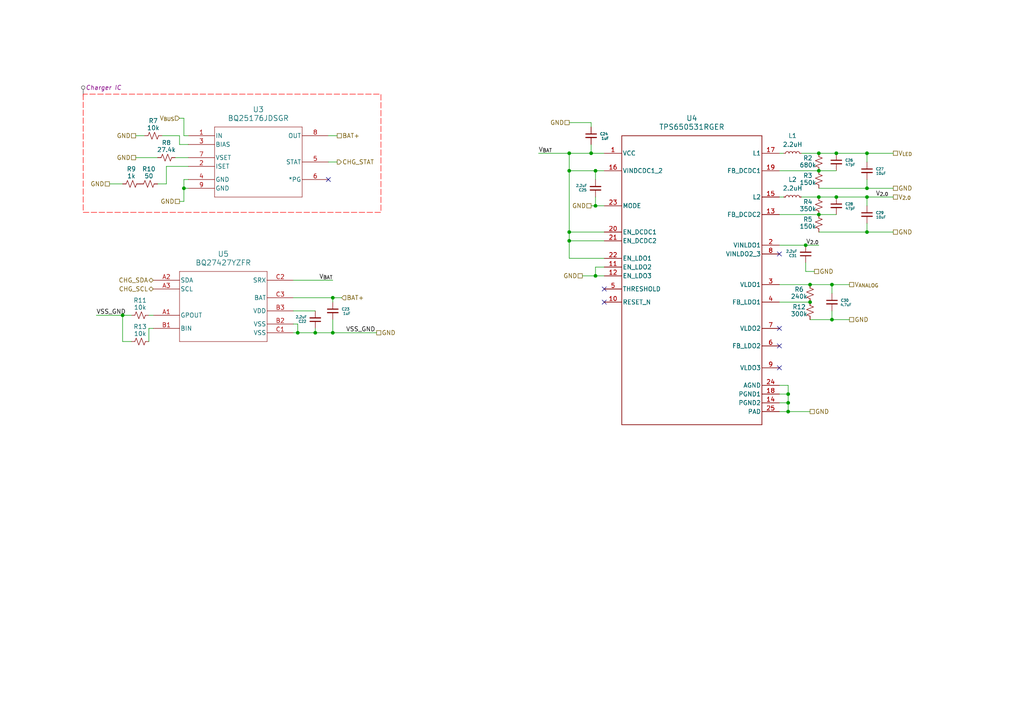
<source format=kicad_sch>
(kicad_sch (version 20250114) (generator "eeschema") (generator_version "9.0")
  (paper "A4")
  (title_block (title "MAX20356 Power Management IC") (company "Guardian Health Inc."))
  (lib_symbols
    (symbol "Device:C_Small" (pin_numbers (hide yes)) (pin_names (offset 0.254) (hide yes))
      (property "Reference" "C" (at 0.254 1.778 0))
      (property "Value" "C_Small" (at 0.254 -2.032 0))
      (symbol "C_Small_0_1"
        (polyline (pts (xy -1.524 0.508) (xy 1.524 0.508)) (stroke (width 0.3048)))
        (polyline (pts (xy -1.524 -0.508) (xy 1.524 -0.508)) (stroke (width 0.3302)))
      )
      (symbol "C_Small_1_1"
        (pin passive line (at 0 2.54 270) (length 2.032) (name "~") (number "1"))
        (pin passive line (at 0 -2.54 90) (length 2.032) (name "~") (number "2"))
      )
    )
    (symbol "Device:L_Small" (pin_numbers (hide yes)) (pin_names (offset 0.254) (hide yes))
      (property "Reference" "L" (at 0.762 1.016 0))
      (property "Value" "L_Small" (at 0.762 -1.016 0))
      (symbol "L_Small_0_1"
        (arc (start 0 2.032) (mid 0.5058 1.524) (end 0 1.016))
        (arc (start 0 1.016) (mid 0.5058 0.508) (end 0 0))
        (arc (start 0 0) (mid 0.5058 -0.508) (end 0 -1.016))
        (arc (start 0 -1.016) (mid 0.5058 -1.524) (end 0 -2.032))
      )
      (symbol "L_Small_1_1"
        (pin passive line (at 0 2.54 270) (length 0.508) (name "~") (number "1"))
        (pin passive line (at 0 -2.54 90) (length 0.508) (name "~") (number "2"))
      )
    )
    (symbol "Device:R_Small_US" (pin_numbers (hide yes)) (pin_names (offset 0.254) (hide yes))
      (property "Reference" "R" (at 0.762 0.508 0))
      (property "Value" "R_Small_US" (at 0.762 -1.016 0))
      (symbol "R_Small_US_1_1"
        (polyline (pts (xy 0 1.524) (xy 1.016 1.143) (xy 0 0.762) (xy -1.016 0.381) (xy 0 0)))
        (polyline (pts (xy 0 0) (xy 1.016 -0.381) (xy 0 -0.762) (xy -1.016 -1.143) (xy 0 -1.524)))
        (pin passive line (at 0 2.54 270) (length 1.016) (name "~") (number "1"))
        (pin passive line (at 0 -2.54 90) (length 1.016) (name "~") (number "2"))
      )
    )
    (symbol "ProjectSymbols:BQ25176JDSGR" (pin_names (offset 0.254))
      (property "Reference" "U" (at 20.32 10.16 0))
      (property "Value" "BQ25176JDSGR" (at 20.32 7.62 0))
      (symbol "BQ25176JDSGR_0_1"
        (polyline (pts (xy 7.62 5.08) (xy 7.62 -15.24)) (stroke (width 0.127)))
        (polyline (pts (xy 7.62 -15.24) (xy 33.02 -15.24)) (stroke (width 0.127)))
        (polyline (pts (xy 33.02 5.08) (xy 7.62 5.08)) (stroke (width 0.127)))
        (polyline (pts (xy 33.02 -15.24) (xy 33.02 5.08)) (stroke (width 0.127)))
        (pin power_in line (at 0 2.54 0) (length 7.62) (name "IN") (number "1"))
        (pin input line (at 0 0 0) (length 7.62) (name "BIAS") (number "3"))
        (pin input line (at 0 -3.81 0) (length 7.62) (name "VSET") (number "7"))
        (pin input line (at 0 -6.35 0) (length 7.62) (name "ISET") (number "2"))
        (pin power_out line (at 0 -10.16 0) (length 7.62) (name "GND") (number "4"))
        (pin power_out line (at 0 -12.7 0) (length 7.62) (name "GND") (number "9"))
        (pin power_in line (at 40.64 2.54 180) (length 7.62) (name "OUT") (number "8"))
        (pin output line (at 40.64 -5.08 180) (length 7.62) (name "STAT") (number "5"))
        (pin output line (at 40.64 -10.16 180) (length 7.62) (name "*PG") (number "6"))
      )
    )
    (symbol "ProjectSymbols:BQ27427YZFR" (pin_names (offset 0.254))
      (property "Reference" "U" (at 20.32 10.16 0))
      (property "Value" "BQ27427YZFR" (at 20.32 7.62 0))
      (symbol "BQ27427YZFR_0_1"
        (polyline (pts (xy 7.62 5.08) (xy 7.62 -15.24)) (stroke (width 0.127)))
        (polyline (pts (xy 7.62 -15.24) (xy 33.02 -15.24)) (stroke (width 0.127)))
        (polyline (pts (xy 33.02 5.08) (xy 7.62 5.08)) (stroke (width 0.127)))
        (polyline (pts (xy 33.02 -15.24) (xy 33.02 5.08)) (stroke (width 0.127)))
        (pin bidirectional line (at 0 2.54 0) (length 7.62) (name "SDA") (number "A2"))
        (pin bidirectional line (at 0 0 0) (length 7.62) (name "SCL") (number "A3"))
        (pin output line (at 0 -7.62 0) (length 7.62) (name "GPOUT") (number "A1"))
        (pin input line (at 0 -11.43 0) (length 7.62) (name "BIN") (number "B1"))
        (pin input line (at 40.64 2.54 180) (length 7.62) (name "SRX") (number "C2"))
        (pin power_in line (at 40.64 -2.54 180) (length 7.62) (name "BAT") (number "C3"))
        (pin output line (at 40.64 -6.35 180) (length 7.62) (name "VDD") (number "B3"))
        (pin power_out line (at 40.64 -10.16 180) (length 7.62) (name "VSS") (number "B2"))
        (pin power_out line (at 40.64 -12.7 180) (length 7.62) (name "VSS") (number "C1"))
      )
    )
    (symbol "ProjectSymbols:TPS650531RGER" (pin_names (offset 0.254))
      (property "Reference" "U" (at 0 22.86 0))
      (property "Value" "TPS650531RGER" (at 0 20.32 0))
      (symbol "TPS650531RGER_0_1"
        (polyline (pts (xy -20.32 50.8) (xy -20.32 -33.02)) (stroke (width 0.2032)))
        (polyline (pts (xy -20.32 -33.02) (xy 20.32 -33.02)) (stroke (width 0.2032)))
        (polyline (pts (xy 20.32 50.8) (xy -20.32 50.8)) (stroke (width 0.2032)))
        (polyline (pts (xy 20.32 -33.02) (xy 20.32 50.8)) (stroke (width 0.2032)))
        (pin power_in line (at -25.4 45.72 0) (length 5.08) (name "VCC") (number "1"))
        (pin power_in line (at -25.4 40.64 0) (length 5.08) (name "VINDCDC1_2") (number "16"))
        (pin input line (at -25.4 30.48 0) (length 5.08) (name "MODE") (number "23"))
        (pin input line (at -25.4 22.86 0) (length 5.08) (name "EN_DCDC1") (number "20"))
        (pin input line (at -25.4 20.32 0) (length 5.08) (name "EN_DCDC2") (number "21"))
        (pin input line (at -25.4 15.24 0) (length 5.08) (name "EN_LDO1") (number "22"))
        (pin input line (at -25.4 12.7 0) (length 5.08) (name "EN_LDO2") (number "11"))
        (pin input line (at -25.4 10.16 0) (length 5.08) (name "EN_LDO3") (number "12"))
        (pin input line (at -25.4 6.35 0) (length 5.08) (name "THRESHOLD") (number "5"))
        (pin open_collector line (at -25.4 2.54 0) (length 5.08) (name "RESET_N") (number "10"))
        (pin power_in line (at 25.4 45.72 180) (length 5.08) (name "L1") (number "17"))
        (pin input line (at 25.4 40.64 180) (length 5.08) (name "FB_DCDC1") (number "19"))
        (pin power_in line (at 25.4 33.02 180) (length 5.08) (name "L2") (number "15"))
        (pin input line (at 25.4 27.94 180) (length 5.08) (name "FB_DCDC2") (number "13"))
        (pin power_in line (at 25.4 19.05 180) (length 5.08) (name "VINLDO1") (number "2"))
        (pin power_in line (at 25.4 16.51 180) (length 5.08) (name "VINLDO2_3") (number "8"))
        (pin power_in line (at 25.4 7.62 180) (length 5.08) (name "VLDO1") (number "3"))
        (pin input line (at 25.4 2.54 180) (length 5.08) (name "FB_LDO1") (number "4"))
        (pin power_in line (at 25.4 -5.08 180) (length 5.08) (name "VLDO2") (number "7"))
        (pin input line (at 25.4 -10.16 180) (length 5.08) (name "FB_LDO2") (number "6"))
        (pin power_in line (at 25.4 -16.51 180) (length 5.08) (name "VLDO3") (number "9"))
        (pin power_in line (at 25.4 -21.59 180) (length 5.08) (name "AGND") (number "24"))
        (pin power_in line (at 25.4 -24.13 180) (length 5.08) (name "PGND1") (number "18"))
        (pin power_in line (at 25.4 -26.67 180) (length 5.08) (name "PGND2") (number "14"))
        (pin power_in line (at 25.4 -29.21 180) (length 5.08) (name "PAD") (number "25"))
      )
    )
  )
  (junction (at 234.95 82.55))
  (junction (at 35.56 91.44))
  (junction (at 242.57 57.15))
  (junction (at 242.57 44.45))
  (junction (at 96.52 86.36))
  (junction (at 228.6 114.3))
  (junction (at 241.3 92.71))
  (junction (at 172.72 59.69))
  (junction (at 237.49 57.15))
  (junction (at 86.36 96.52))
  (junction (at 53.34 54.61))
  (junction (at 91.44 96.52))
  (junction (at 172.72 80.01))
  (junction (at 237.49 62.23))
  (junction (at 172.72 49.53))
  (junction (at 237.49 49.53))
  (junction (at 237.49 44.45))
  (junction (at 233.68 71.12))
  (junction (at 228.6 116.84))
  (junction (at 171.45 44.45))
  (junction (at 241.3 82.55))
  (junction (at 96.52 96.52))
  (junction (at 234.95 87.63))
  (junction (at 251.46 57.15))
  (junction (at 165.1 49.53))
  (junction (at 165.1 69.85))
  (junction (at 251.46 44.45))
  (junction (at 228.6 119.38))
  (junction (at 165.1 67.31))
  (junction (at 251.46 67.31))
  (junction (at 165.1 44.45))
  (junction (at 251.46 54.61))
  (no_connect (at 226.06 100.33))
  (no_connect (at 175.26 83.82))
  (no_connect (at 226.06 106.68))
  (no_connect (at 226.06 73.66))
  (no_connect (at 95.25 52.07))
  (no_connect (at 175.26 87.63))
  (no_connect (at 226.06 95.25))
  (wire (pts (xy 38.1 99.06) (xy 35.56 99.06)))
  (wire (pts (xy 251.46 52.07) (xy 251.46 54.61)))
  (wire (pts (xy 85.09 93.98) (xy 86.36 93.98)))
  (wire (pts (xy 53.34 58.42) (xy 52.07 58.42)))
  (wire (pts (xy 165.1 44.45) (xy 165.1 49.53)))
  (wire (pts (xy 39.37 39.37) (xy 41.91 39.37)))
  (wire (pts (xy 226.06 116.84) (xy 228.6 116.84)))
  (wire (pts (xy 237.49 57.15) (xy 242.57 57.15)))
  (wire (pts (xy 226.06 87.63) (xy 234.95 87.63)))
  (wire (pts (xy 171.45 41.91) (xy 171.45 44.45)))
  (wire (pts (xy 96.52 92.71) (xy 96.52 96.52)))
  (wire (pts (xy 251.46 46.99) (xy 251.46 44.45)))
  (wire (pts (xy 156.21 44.45) (xy 165.1 44.45)))
  (wire (pts (xy 31.75 53.34) (xy 35.56 53.34)))
  (wire (pts (xy 172.72 77.47) (xy 172.72 80.01)))
  (wire (pts (xy 172.72 59.69) (xy 175.26 59.69)))
  (wire (pts (xy 251.46 44.45) (xy 259.08 44.45)))
  (wire (pts (xy 232.41 44.45) (xy 237.49 44.45)))
  (wire (pts (xy 172.72 49.53) (xy 172.72 52.07)))
  (wire (pts (xy 95.25 39.37) (xy 97.79 39.37)))
  (wire (pts (xy 165.1 49.53) (xy 165.1 67.31)))
  (wire (pts (xy 43.18 91.44) (xy 44.45 91.44)))
  (wire (pts (xy 226.06 114.3) (xy 228.6 114.3)))
  (wire (pts (xy 91.44 96.52) (xy 96.52 96.52)))
  (wire (pts (xy 45.72 53.34) (xy 48.26 53.34)))
  (wire (pts (xy 228.6 114.3) (xy 228.6 116.84)))
  (wire (pts (xy 39.37 45.72) (xy 45.72 45.72)))
  (wire (pts (xy 97.79 46.99) (xy 95.25 46.99)))
  (wire (pts (xy 226.06 62.23) (xy 237.49 62.23)))
  (wire (pts (xy 237.49 49.53) (xy 242.57 49.53)))
  (wire (pts (xy 228.6 116.84) (xy 228.6 119.38)))
  (wire (pts (xy 226.06 44.45) (xy 227.33 44.45)))
  (wire (pts (xy 43.18 95.25) (xy 43.18 99.06)))
  (wire (pts (xy 91.44 95.25) (xy 91.44 96.52)))
  (wire (pts (xy 52.07 41.91) (xy 52.07 39.37)))
  (wire (pts (xy 53.34 52.07) (xy 53.34 54.61)))
  (wire (pts (xy 226.06 82.55) (xy 234.95 82.55)))
  (wire (pts (xy 251.46 64.77) (xy 251.46 67.31)))
  (wire (pts (xy 171.45 36.83) (xy 171.45 35.56)))
  (wire (pts (xy 54.61 41.91) (xy 52.07 41.91)))
  (wire (pts (xy 233.68 78.74) (xy 233.68 76.2)))
  (wire (pts (xy 226.06 111.76) (xy 228.6 111.76)))
  (wire (pts (xy 251.46 54.61) (xy 259.08 54.61)))
  (wire (pts (xy 228.6 119.38) (xy 234.95 119.38)))
  (wire (pts (xy 96.52 86.36) (xy 96.52 87.63)))
  (wire (pts (xy 85.09 86.36) (xy 96.52 86.36)))
  (wire (pts (xy 251.46 44.45) (xy 242.57 44.45)))
  (wire (pts (xy 228.6 119.38) (xy 226.06 119.38)))
  (wire (pts (xy 44.45 95.25) (xy 43.18 95.25)))
  (wire (pts (xy 237.49 54.61) (xy 251.46 54.61)))
  (wire (pts (xy 165.1 74.93) (xy 175.26 74.93)))
  (wire (pts (xy 53.34 39.37) (xy 54.61 39.37)))
  (wire (pts (xy 48.26 53.34) (xy 48.26 48.26)))
  (wire (pts (xy 165.1 67.31) (xy 175.26 67.31)))
  (wire (pts (xy 226.06 49.53) (xy 237.49 49.53)))
  (wire (pts (xy 241.3 92.71) (xy 246.38 92.71)))
  (wire (pts (xy 165.1 49.53) (xy 172.72 49.53)))
  (wire (pts (xy 226.06 57.15) (xy 227.33 57.15)))
  (wire (pts (xy 168.91 80.01) (xy 172.72 80.01)))
  (wire (pts (xy 172.72 80.01) (xy 175.26 80.01)))
  (wire (pts (xy 53.34 54.61) (xy 54.61 54.61)))
  (wire (pts (xy 53.34 54.61) (xy 53.34 58.42)))
  (wire (pts (xy 172.72 57.15) (xy 172.72 59.69)))
  (wire (pts (xy 237.49 44.45) (xy 242.57 44.45)))
  (wire (pts (xy 251.46 67.31) (xy 259.08 67.31)))
  (wire (pts (xy 241.3 82.55) (xy 234.95 82.55)))
  (wire (pts (xy 175.26 77.47) (xy 172.72 77.47)))
  (wire (pts (xy 237.49 67.31) (xy 251.46 67.31)))
  (wire (pts (xy 52.07 39.37) (xy 46.99 39.37)))
  (wire (pts (xy 85.09 81.28) (xy 96.52 81.28)))
  (wire (pts (xy 54.61 52.07) (xy 53.34 52.07)))
  (wire (pts (xy 85.09 90.17) (xy 91.44 90.17)))
  (wire (pts (xy 96.52 96.52) (xy 109.22 96.52)))
  (wire (pts (xy 165.1 44.45) (xy 171.45 44.45)))
  (wire (pts (xy 234.95 92.71) (xy 241.3 92.71)))
  (wire (pts (xy 171.45 35.56) (xy 165.1 35.56)))
  (wire (pts (xy 251.46 57.15) (xy 259.08 57.15)))
  (wire (pts (xy 96.52 86.36) (xy 99.06 86.36)))
  (wire (pts (xy 52.07 34.29) (xy 53.34 34.29)))
  (wire (pts (xy 241.3 82.55) (xy 246.38 82.55)))
  (wire (pts (xy 165.1 69.85) (xy 165.1 74.93)))
  (wire (pts (xy 48.26 48.26) (xy 54.61 48.26)))
  (wire (pts (xy 242.57 57.15) (xy 251.46 57.15)))
  (wire (pts (xy 251.46 59.69) (xy 251.46 57.15)))
  (wire (pts (xy 86.36 96.52) (xy 91.44 96.52)))
  (wire (pts (xy 50.8 45.72) (xy 54.61 45.72)))
  (wire (pts (xy 233.68 71.12) (xy 237.49 71.12)))
  (wire (pts (xy 171.45 44.45) (xy 175.26 44.45)))
  (wire (pts (xy 232.41 57.15) (xy 237.49 57.15)))
  (wire (pts (xy 172.72 49.53) (xy 175.26 49.53)))
  (wire (pts (xy 241.3 90.17) (xy 241.3 92.71)))
  (wire (pts (xy 226.06 71.12) (xy 233.68 71.12)))
  (wire (pts (xy 27.94 91.44) (xy 35.56 91.44)))
  (wire (pts (xy 53.34 34.29) (xy 53.34 39.37)))
  (wire (pts (xy 228.6 111.76) (xy 228.6 114.3)))
  (wire (pts (xy 165.1 67.31) (xy 165.1 69.85)))
  (wire (pts (xy 35.56 91.44) (xy 38.1 91.44)))
  (wire (pts (xy 171.45 59.69) (xy 172.72 59.69)))
  (wire (pts (xy 165.1 69.85) (xy 175.26 69.85)))
  (wire (pts (xy 236.22 78.74) (xy 233.68 78.74)))
  (wire (pts (xy 237.49 62.23) (xy 242.57 62.23)))
  (wire (pts (xy 85.09 96.52) (xy 86.36 96.52)))
  (wire (pts (xy 86.36 93.98) (xy 86.36 96.52)))
  (wire (pts (xy 35.56 99.06) (xy 35.56 91.44)))
  (wire (pts (xy 241.3 85.09) (xy 241.3 82.55)))
  (label "V_{2.0}" (at 254 57.15 0))
  (label "VSS_GND" (at 100.33 96.52 0))
  (label "V_{BAT}" (at 156.21 44.45 0))
  (label "V_{2.0}" (at 237.49 71.12 180))
  (label "V_{BAT}" (at 96.52 81.28 180))
  (label "VSS_GND" (at 27.94 91.44 0))
  (hierarchical_label "GND" (shape passive) (at 31.75 53.34 180))
  (hierarchical_label "GND" (shape passive) (at 168.91 80.01 180))
  (hierarchical_label "GND" (shape passive) (at 236.22 78.74 0))
  (hierarchical_label "GND" (shape passive) (at 234.95 119.38 0))
  (hierarchical_label "GND" (shape passive) (at 259.08 54.61 0))
  (hierarchical_label "V_{BUS}" (shape input) (at 52.07 34.29 180))
  (hierarchical_label "GND" (shape passive) (at 259.08 67.31 0))
  (hierarchical_label "CHG_STAT" (shape output) (at 97.79 46.99 0))
  (hierarchical_label "GND" (shape passive) (at 171.45 59.69 180))
  (hierarchical_label "CHG_SCL" (shape bidirectional) (at 44.45 83.82 180))
  (hierarchical_label "GND" (shape passive) (at 109.22 96.52 0))
  (hierarchical_label "V_{ANALOG}" (shape passive) (at 246.38 82.55 0))
  (hierarchical_label "GND" (shape passive) (at 246.38 92.71 0))
  (hierarchical_label "BAT+" (shape passive) (at 97.79 39.37 0))
  (hierarchical_label "BAT+" (shape input) (at 99.06 86.36 0))
  (hierarchical_label "V_{2.0}" (shape passive) (at 259.08 57.15 0))
  (hierarchical_label "GND" (shape passive) (at 52.07 58.42 180))
  (hierarchical_label "GND" (shape passive) (at 39.37 45.72 180))
  (hierarchical_label "GND" (shape passive) (at 39.37 39.37 180))
  (hierarchical_label "GND" (shape passive) (at 165.1 35.56 180))
  (hierarchical_label "CHG_SDA" (shape bidirectional) (at 44.45 81.28 180))
  (hierarchical_label "V_{LED}" (shape passive) (at 259.08 44.45 0))
  (rule_area (polyline (pts (xy 24.13 27.305) (xy 24.13 61.595) (xy 110.49 61.595) (xy 110.49 27.305)) (stroke (width 0) (type dash))))
  (netclass_flag "" (length 2.54) (shape round) (at 24.13 27.94 0) (property "Component Class" "Charger IC" (at 24.8285 25.4 0) (effects (font (italic yes)) (justify left))))
  (symbol (lib_id "Device:R_Small_US") (at 44.45 39.37 90) (unit 1)
    (property "Reference" "R7" (at 44.45 35.052 90))
    (property "Value" "10k" (at 44.45 37.084 90))
    (property "Footprint" "Resistor_SMD:R_0603_1608Metric" (effects (hide yes)))
    (property "Description" "Resistor, small US symbol" (effects (hide yes)))
  )
  (symbol (lib_id "Device:C_Small") (at 251.46 62.23 0) (unit 1)
    (property "Reference" "C29" (at 254 61.722 0) (effects (font (size 0.762 0.762)) (justify left)))
    (property "Value" "10uF" (at 255.524 62.992 0) (effects (font (size 0.762 0.762))))
    (property "Footprint" "Capacitor_SMD:C_0603_1608Metric" (effects (hide yes)))
    (property "Description" "Unpolarized capacitor, small symbol" (effects (hide yes)))
  )
  (symbol (lib_id "Device:R_Small_US") (at 237.49 64.77 180) (unit 1)
    (property "Reference" "R5" (at 234.315 63.627 0))
    (property "Value" "150k" (at 234.315 65.659 0))
    (property "Footprint" "Resistor_SMD:R_0603_1608Metric" (effects (hide yes)))
    (property "Description" "Resistor, small US symbol" (effects (hide yes)))
  )
  (symbol (lib_id "Device:R_Small_US") (at 237.49 46.99 180) (unit 1)
    (property "Reference" "R2" (at 234.315 45.847 0))
    (property "Value" "680k" (at 234.315 47.879 0))
    (property "Footprint" "Resistor_SMD:R_0603_1608Metric" (effects (hide yes)))
    (property "Description" "Resistor, small US symbol" (effects (hide yes)))
  )
  (symbol (lib_id "Device:R_Small_US") (at 43.18 53.34 90) (unit 1)
    (property "Reference" "R10" (at 43.18 49.022 90))
    (property "Value" "50" (at 43.18 51.054 90))
    (property "Footprint" "Resistor_SMD:R_0603_1608Metric" (effects (hide yes)))
    (property "Description" "Resistor, small US symbol" (effects (hide yes)))
  )
  (symbol (lib_id "Device:R_Small_US") (at 237.49 52.07 180) (unit 1)
    (property "Reference" "R3" (at 234.315 50.927 0))
    (property "Value" "150k" (at 234.315 52.959 0))
    (property "Footprint" "Resistor_SMD:R_0603_1608Metric" (effects (hide yes)))
    (property "Description" "Resistor, small US symbol" (effects (hide yes)))
  )
  (symbol (lib_id "Device:C_Small") (at 233.68 73.66 180) (unit 1)
    (property "Reference" "C31" (at 231.14 74.168 0) (effects (font (size 0.762 0.762)) (justify left)))
    (property "Value" "2.2uF" (at 229.616 72.898 0) (effects (font (size 0.762 0.762))))
    (property "Footprint" "Capacitor_SMD:C_0603_1608Metric" (effects (hide yes)))
    (property "Description" "Unpolarized capacitor, small symbol" (effects (hide yes)))
  )
  (symbol (lib_id "Device:C_Small") (at 91.44 92.71 180) (unit 1)
    (property "Reference" "C22" (at 88.9 93.218 0) (effects (font (size 0.762 0.762)) (justify left)))
    (property "Value" "2.2uF" (at 87.376 91.948 0) (effects (font (size 0.762 0.762))))
    (property "Footprint" "Capacitor_SMD:C_0603_1608Metric" (effects (hide yes)))
    (property "Description" "Unpolarized capacitor, small symbol" (effects (hide yes)))
  )
  (symbol (lib_id "Device:C_Small") (at 251.46 49.53 0) (unit 1)
    (property "Reference" "C27" (at 254 49.022 0) (effects (font (size 0.762 0.762)) (justify left)))
    (property "Value" "10uF" (at 255.524 50.292 0) (effects (font (size 0.762 0.762))))
    (property "Footprint" "Capacitor_SMD:C_0603_1608Metric" (effects (hide yes)))
    (property "Description" "Unpolarized capacitor, small symbol" (effects (hide yes)))
  )
  (symbol (lib_id "Device:R_Small_US") (at 234.95 85.09 180) (unit 1)
    (property "Reference" "R6" (at 231.775 83.947 0))
    (property "Value" "240k" (at 231.775 85.979 0))
    (property "Footprint" "Resistor_SMD:R_0603_1608Metric" (effects (hide yes)))
    (property "Description" "Resistor, small US symbol" (effects (hide yes)))
  )
  (symbol (lib_id "ProjectSymbols:BQ27427YZFR") (at 44.45 83.82 0) (unit 1)
    (property "Reference" "U5" (at 64.77 73.66 0) (effects (font (size 1.524 1.524))))
    (property "Value" "BQ27427YZFR" (at 64.77 76.2 0) (effects (font (size 1.524 1.524))))
    (property "Footprint" "Project-Symbols:BQ27427" (effects (hide yes)))
    (property "Datasheet" "https://www.ti.com/lit/gpn/bq27427" (effects (hide yes)))
    (property "LSCSC PN" "C6075475" (effects (hide yes)))
  )
  (symbol (lib_id "Device:C_Small") (at 171.45 39.37 0) (unit 1)
    (property "Reference" "C24" (at 173.99 38.862 0) (effects (font (size 0.762 0.762)) (justify left)))
    (property "Value" "1uF" (at 175.514 40.132 0) (effects (font (size 0.762 0.762))))
    (property "Footprint" "Capacitor_SMD:C_0603_1608Metric" (effects (hide yes)))
    (property "Description" "Unpolarized capacitor, small symbol" (effects (hide yes)))
  )
  (symbol (lib_id "Device:R_Small_US") (at 40.64 99.06 90) (unit 1)
    (property "Reference" "R13" (at 40.64 94.742 90))
    (property "Value" "10k" (at 40.64 96.774 90))
    (property "Footprint" "Resistor_SMD:R_0603_1608Metric" (effects (hide yes)))
    (property "Description" "Resistor, small US symbol" (effects (hide yes)))
  )
  (symbol (lib_id "Device:R_Small_US") (at 237.49 59.69 180) (unit 1)
    (property "Reference" "R4" (at 234.315 58.547 0))
    (property "Value" "350k" (at 234.315 60.579 0))
    (property "Footprint" "Resistor_SMD:R_0603_1608Metric" (effects (hide yes)))
    (property "Description" "Resistor, small US symbol" (effects (hide yes)))
  )
  (symbol (lib_id "Device:C_Small") (at 172.72 54.61 180) (unit 1)
    (property "Reference" "C25" (at 170.18 55.118 0) (effects (font (size 0.762 0.762)) (justify left)))
    (property "Value" "2.2uF" (at 168.656 53.848 0) (effects (font (size 0.762 0.762))))
    (property "Footprint" "Capacitor_SMD:C_0603_1608Metric" (effects (hide yes)))
    (property "Description" "Unpolarized capacitor, small symbol" (effects (hide yes)))
  )
  (symbol (lib_id "Device:C_Small") (at 96.52 90.17 0) (unit 1)
    (property "Reference" "C23" (at 99.06 89.662 0) (effects (font (size 0.762 0.762)) (justify left)))
    (property "Value" "1uF" (at 100.584 90.932 0) (effects (font (size 0.762 0.762))))
    (property "Footprint" "Capacitor_SMD:C_0603_1608Metric" (effects (hide yes)))
    (property "Description" "Unpolarized capacitor, small symbol" (effects (hide yes)))
  )
  (symbol (lib_id "Device:R_Small_US") (at 234.95 90.17 180) (unit 1)
    (property "Reference" "R12" (at 231.775 89.027 0))
    (property "Value" "300k" (at 231.775 91.059 0))
    (property "Footprint" "Resistor_SMD:R_0603_1608Metric" (effects (hide yes)))
    (property "Description" "Resistor, small US symbol" (effects (hide yes)))
  )
  (symbol (lib_id "Device:L_Small") (at 229.87 57.15 90) (unit 1)
    (property "Reference" "L2" (at 229.87 52.07 90))
    (property "Value" "2.2uH" (at 229.87 54.61 90))
    (property "Footprint" "Inductor_SMD:L_1008_2520Metric" (effects (hide yes)))
    (property "Description" "Inductor, small symbol; SWPA252012S2R2MT" (effects (hide yes)))
  )
  (symbol (lib_id "Device:R_Small_US") (at 48.26 45.72 90) (unit 1)
    (property "Reference" "R8" (at 48.26 41.402 90))
    (property "Value" "27.4k" (at 48.26 43.434 90))
    (property "Footprint" "Resistor_SMD:R_0603_1608Metric" (effects (hide yes)))
    (property "Description" "Resistor, small US symbol" (effects (hide yes)))
  )
  (symbol (lib_id "ProjectSymbols:BQ25176JDSGR") (at 54.61 41.91 0) (unit 1)
    (property "Reference" "U3" (at 74.93 31.75 0) (effects (font (size 1.524 1.524))))
    (property "Value" "BQ25176JDSGR" (at 74.93 34.29 0) (effects (font (size 1.524 1.524))))
    (property "Footprint" "Project-Symbols:BQ25176" (effects (hide yes)))
    (property "Datasheet" "https://www.ti.com/lit/gpn/bq25176j" (effects (hide yes)))
    (property "LCSC PN" "C22407142" (effects (hide yes)))
  )
  (symbol (lib_id "Device:R_Small_US") (at 38.1 53.34 90) (unit 1)
    (property "Reference" "R9" (at 38.1 49.022 90))
    (property "Value" "1k" (at 38.1 51.054 90))
    (property "Footprint" "Resistor_SMD:R_0603_1608Metric" (effects (hide yes)))
    (property "Description" "Resistor, small US symbol" (effects (hide yes)))
  )
  (symbol (lib_id "Device:R_Small_US") (at 40.64 91.44 90) (unit 1)
    (property "Reference" "R11" (at 40.64 87.122 90))
    (property "Value" "10k" (at 40.64 89.154 90))
    (property "Footprint" "Resistor_SMD:R_0603_1608Metric" (effects (hide yes)))
    (property "Description" "Resistor, small US symbol" (effects (hide yes)))
  )
  (symbol (lib_id "Device:C_Small") (at 242.57 59.69 0) (unit 1)
    (property "Reference" "C28" (at 245.11 59.182 0) (effects (font (size 0.762 0.762)) (justify left)))
    (property "Value" "47pF" (at 246.634 60.452 0) (effects (font (size 0.762 0.762))))
    (property "Footprint" "Capacitor_SMD:C_0603_1608Metric" (effects (hide yes)))
    (property "Description" "Unpolarized capacitor, small symbol" (effects (hide yes)))
  )
  (symbol (lib_id "Device:C_Small") (at 241.3 87.63 0) (unit 1)
    (property "Reference" "C30" (at 243.84 87.122 0) (effects (font (size 0.762 0.762)) (justify left)))
    (property "Value" "4.7uF" (at 245.364 88.392 0) (effects (font (size 0.762 0.762))))
    (property "Footprint" "Capacitor_SMD:C_0603_1608Metric" (effects (hide yes)))
    (property "Description" "Unpolarized capacitor, small symbol" (effects (hide yes)))
  )
  (symbol (lib_id "Device:L_Small") (at 229.87 44.45 90) (unit 1)
    (property "Reference" "L1" (at 229.87 39.37 90))
    (property "Value" "2.2uH" (at 229.87 41.91 90))
    (property "Footprint" "Inductor_SMD:L_1008_2520Metric" (effects (hide yes)))
    (property "Description" "Inductor, small symbol; SWPA252012S2R2MT" (effects (hide yes)))
  )
  (symbol (lib_id "ProjectSymbols:TPS650531RGER") (at 200.66 90.17 0) (unit 1)
    (property "Reference" "U4" (at 200.66 34.29 0) (effects (font (size 1.524 1.524))))
    (property "Value" "TPS650531RGER" (at 200.66 36.83 0) (effects (font (size 1.524 1.524))))
    (property "Footprint" "Project-Symbols:TPS650531" (effects (hide yes)))
    (property "Datasheet" "https://www.ti.com/lit/gpn/tps65053" (effects (hide yes)))
    (property "LCSC PN" "C527526" (effects (hide yes)))
  )
  (symbol (lib_id "Device:C_Small") (at 242.57 46.99 0) (unit 1)
    (property "Reference" "C26" (at 245.11 46.482 0) (effects (font (size 0.762 0.762)) (justify left)))
    (property "Value" "47pF" (at 246.634 47.752 0) (effects (font (size 0.762 0.762))))
    (property "Footprint" "Capacitor_SMD:C_0603_1608Metric" (effects (hide yes)))
    (property "Description" "Unpolarized capacitor, small symbol" (effects (hide yes)))
  )
)
</source>
